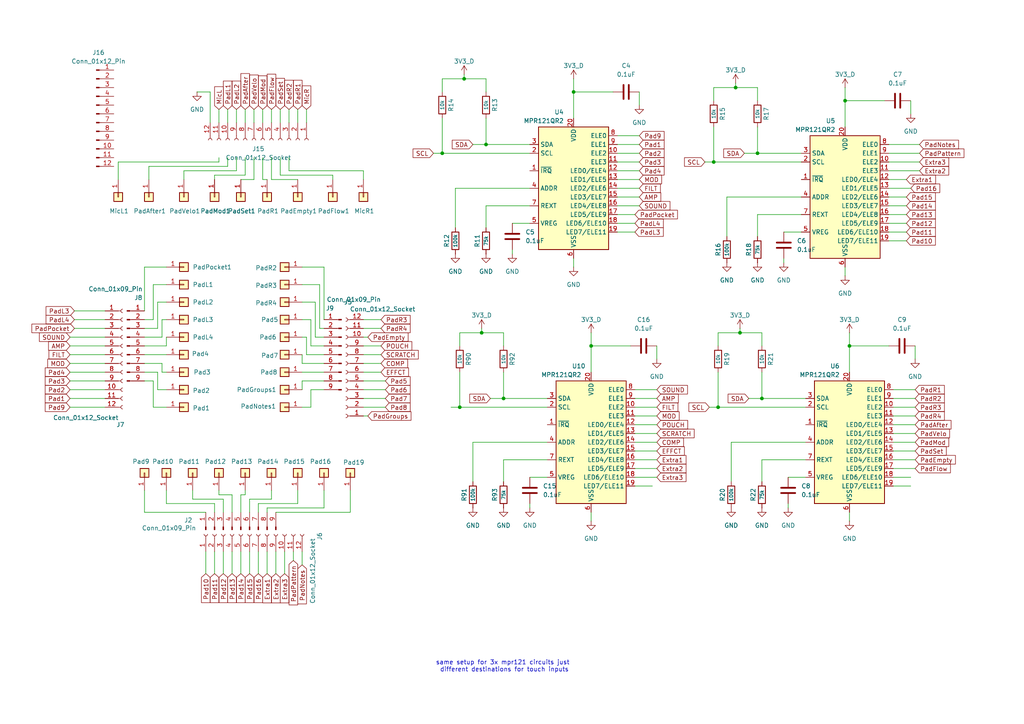
<source format=kicad_sch>
(kicad_sch (version 20231120) (generator "eeschema") (generator_version "8.0")
  (paper "A4")
  (junction (at 166.37 26.67))
  (junction (at 171.45 100.33))
  (junction (at 134.62 22.86))
  (junction (at 220.98 115.57))
  (junction (at 139.7 96.52))
  (junction (at 140.97 41.91))
  (junction (at 146.05 115.57))
  (junction (at 208.28 118.11))
  (junction (at 214.63 96.52))
  (junction (at 133.35 118.11))
  (junction (at 219.71 44.45))
  (junction (at 246.38 100.33))
  (junction (at 213.36 25.4))
  (junction (at 245.11 29.21))
  (junction (at 207.01 46.99))
  (junction (at 128.27 44.45))
  (wire (pts (xy 77.47 166.37) (xy 77.47 160.02)))
  (wire (pts (xy 204.47 46.99) (xy 207.01 46.99)))
  (wire (pts (xy 264.16 140.97) (xy 259.08 140.97)))
  (wire (pts (xy 78.74 142.24) (xy 78.74 144.78)))
  (wire (pts (xy 208.28 118.11) (xy 233.68 118.11)))
  (wire (pts (xy 78.74 52.07) (xy 86.36 52.07)))
  (wire (pts (xy 128.27 34.29) (xy 128.27 44.45)))
  (wire (pts (xy 83.82 45.72) (xy 83.82 49.53)))
  (wire (pts (xy 48.26 92.71) (xy 46.99 92.71)))
  (wire (pts (xy 41.91 77.47) (xy 41.91 90.17)))
  (wire (pts (xy 78.74 144.78) (xy 72.39 144.78)))
  (wire (pts (xy 78.74 31.75) (xy 78.74 35.56)))
  (wire (pts (xy 142.24 115.57) (xy 146.05 115.57)))
  (wire (pts (xy 171.45 96.52) (xy 171.45 100.33)))
  (wire (pts (xy 62.23 166.37) (xy 62.23 160.02)))
  (wire (pts (xy 171.45 100.33) (xy 171.45 107.95)))
  (wire (pts (xy 262.89 67.31) (xy 257.81 67.31)))
  (wire (pts (xy 220.98 139.7) (xy 220.98 133.35)))
  (wire (pts (xy 93.98 142.24) (xy 93.98 147.32)))
  (wire (pts (xy 134.62 22.86) (xy 140.97 22.86)))
  (wire (pts (xy 93.98 77.47) (xy 93.98 92.71)))
  (wire (pts (xy 210.82 57.15) (xy 210.82 68.58)))
  (wire (pts (xy 86.36 142.24) (xy 86.36 146.05)))
  (wire (pts (xy 179.07 59.69) (xy 185.42 59.69)))
  (wire (pts (xy 48.26 87.63) (xy 45.72 87.63)))
  (wire (pts (xy 105.41 49.53) (xy 83.82 49.53)))
  (wire (pts (xy 153.67 138.43) (xy 158.75 138.43)))
  (wire (pts (xy 76.2 31.75) (xy 76.2 35.56)))
  (wire (pts (xy 64.77 166.37) (xy 64.77 160.02)))
  (wire (pts (xy 128.27 44.45) (xy 153.67 44.45)))
  (wire (pts (xy 87.63 102.87) (xy 87.63 105.41)))
  (wire (pts (xy 262.89 64.77) (xy 257.81 64.77)))
  (wire (pts (xy 262.89 52.07) (xy 257.81 52.07)))
  (wire (pts (xy 179.07 57.15) (xy 185.42 57.15)))
  (wire (pts (xy 245.11 29.21) (xy 245.11 36.83)))
  (wire (pts (xy 76.2 45.72) (xy 76.2 52.07)))
  (wire (pts (xy 90.17 113.03) (xy 90.17 118.11)))
  (wire (pts (xy 219.71 36.83) (xy 219.71 44.45)))
  (wire (pts (xy 220.98 133.35) (xy 233.68 133.35)))
  (wire (pts (xy 146.05 133.35) (xy 158.75 133.35)))
  (wire (pts (xy 259.08 120.65) (xy 265.43 120.65)))
  (wire (pts (xy 232.41 57.15) (xy 210.82 57.15)))
  (wire (pts (xy 66.04 31.75) (xy 66.04 35.56)))
  (wire (pts (xy 227.33 76.2) (xy 227.33 74.93)))
  (wire (pts (xy 205.74 118.11) (xy 208.28 118.11)))
  (wire (pts (xy 67.31 143.51) (xy 67.31 148.59)))
  (wire (pts (xy 246.38 100.33) (xy 246.38 107.95)))
  (wire (pts (xy 45.72 87.63) (xy 45.72 95.25)))
  (wire (pts (xy 43.18 48.26) (xy 43.18 52.07)))
  (wire (pts (xy 259.08 125.73) (xy 265.43 125.73)))
  (wire (pts (xy 74.93 146.05) (xy 74.93 148.59)))
  (wire (pts (xy 68.58 45.72) (xy 68.58 49.53)))
  (wire (pts (xy 59.69 160.02) (xy 59.69 166.37)))
  (wire (pts (xy 92.71 82.55) (xy 92.71 95.25)))
  (wire (pts (xy 63.5 46.99) (xy 34.29 46.99)))
  (wire (pts (xy 20.32 113.03) (xy 30.48 113.03)))
  (wire (pts (xy 87.63 82.55) (xy 92.71 82.55)))
  (wire (pts (xy 214.63 96.52) (xy 220.98 96.52)))
  (wire (pts (xy 87.63 97.79) (xy 88.9 97.79)))
  (wire (pts (xy 190.5 100.33) (xy 190.5 104.14)))
  (wire (pts (xy 259.08 113.03) (xy 265.43 113.03)))
  (wire (pts (xy 71.12 31.75) (xy 71.12 35.56)))
  (wire (pts (xy 83.82 31.75) (xy 83.82 35.56)))
  (wire (pts (xy 259.08 130.81) (xy 265.43 130.81)))
  (wire (pts (xy 73.66 45.72) (xy 73.66 52.07)))
  (wire (pts (xy 190.5 135.89) (xy 184.15 135.89)))
  (wire (pts (xy 48.26 107.95) (xy 46.99 107.95)))
  (wire (pts (xy 189.23 140.97) (xy 184.15 140.97)))
  (wire (pts (xy 207.01 46.99) (xy 232.41 46.99)))
  (wire (pts (xy 140.97 59.69) (xy 153.67 59.69)))
  (wire (pts (xy 265.43 135.89) (xy 259.08 135.89)))
  (wire (pts (xy 137.16 128.27) (xy 137.16 139.7)))
  (wire (pts (xy 266.7 46.99) (xy 257.81 46.99)))
  (wire (pts (xy 48.26 77.47) (xy 41.91 77.47)))
  (wire (pts (xy 179.07 52.07) (xy 185.42 52.07)))
  (wire (pts (xy 78.74 45.72) (xy 78.74 52.07)))
  (wire (pts (xy 246.38 151.13) (xy 246.38 148.59)))
  (wire (pts (xy 262.89 59.69) (xy 257.81 59.69)))
  (wire (pts (xy 45.72 107.95) (xy 45.72 113.03)))
  (wire (pts (xy 146.05 139.7) (xy 146.05 133.35)))
  (wire (pts (xy 88.9 102.87) (xy 93.98 102.87)))
  (wire (pts (xy 41.91 107.95) (xy 45.72 107.95)))
  (wire (pts (xy 20.32 100.33) (xy 30.48 100.33)))
  (wire (pts (xy 184.15 123.19) (xy 190.5 123.19)))
  (wire (pts (xy 110.49 100.33) (xy 105.41 100.33)))
  (wire (pts (xy 48.26 82.55) (xy 44.45 82.55)))
  (wire (pts (xy 233.68 128.27) (xy 212.09 128.27)))
  (wire (pts (xy 259.08 115.57) (xy 265.43 115.57)))
  (wire (pts (xy 207.01 29.21) (xy 207.01 25.4)))
  (wire (pts (xy 185.42 26.67) (xy 185.42 30.48)))
  (wire (pts (xy 184.15 113.03) (xy 190.5 113.03)))
  (wire (pts (xy 184.15 118.11) (xy 190.5 118.11)))
  (wire (pts (xy 207.01 36.83) (xy 207.01 46.99)))
  (wire (pts (xy 105.41 115.57) (xy 111.76 115.57)))
  (wire (pts (xy 90.17 118.11) (xy 87.63 118.11)))
  (wire (pts (xy 207.01 25.4) (xy 213.36 25.4)))
  (wire (pts (xy 140.97 66.04) (xy 140.97 59.69)))
  (wire (pts (xy 266.7 41.91) (xy 257.81 41.91)))
  (wire (pts (xy 148.59 73.66) (xy 148.59 72.39)))
  (wire (pts (xy 257.81 57.15) (xy 262.89 57.15)))
  (wire (pts (xy 48.26 100.33) (xy 41.91 100.33)))
  (wire (pts (xy 46.99 97.79) (xy 41.91 97.79)))
  (wire (pts (xy 264.16 29.21) (xy 264.16 33.02)))
  (wire (pts (xy 259.08 128.27) (xy 265.43 128.27)))
  (wire (pts (xy 71.12 142.24) (xy 71.12 143.51)))
  (wire (pts (xy 101.6 142.24) (xy 101.6 148.59)))
  (wire (pts (xy 20.32 105.41) (xy 30.48 105.41)))
  (wire (pts (xy 44.45 92.71) (xy 41.91 92.71)))
  (wire (pts (xy 46.99 92.71) (xy 46.99 97.79)))
  (wire (pts (xy 137.16 41.91) (xy 140.97 41.91)))
  (wire (pts (xy 184.15 125.73) (xy 190.5 125.73)))
  (wire (pts (xy 265.43 100.33) (xy 265.43 104.14)))
  (wire (pts (xy 93.98 113.03) (xy 90.17 113.03)))
  (wire (pts (xy 87.63 163.83) (xy 87.63 160.02)))
  (wire (pts (xy 133.35 107.95) (xy 133.35 118.11)))
  (wire (pts (xy 184.15 64.77) (xy 179.07 64.77)))
  (wire (pts (xy 153.67 54.61) (xy 132.08 54.61)))
  (wire (pts (xy 60.96 26.67) (xy 60.96 35.56)))
  (wire (pts (xy 55.88 144.78) (xy 64.77 144.78)))
  (wire (pts (xy 179.07 49.53) (xy 185.42 49.53)))
  (wire (pts (xy 62.23 146.05) (xy 62.23 148.59)))
  (wire (pts (xy 139.7 96.52) (xy 146.05 96.52)))
  (wire (pts (xy 63.5 143.51) (xy 67.31 143.51)))
  (wire (pts (xy 80.01 166.37) (xy 80.01 160.02)))
  (wire (pts (xy 262.89 62.23) (xy 257.81 62.23)))
  (wire (pts (xy 86.36 31.75) (xy 86.36 35.56)))
  (wire (pts (xy 81.28 50.8) (xy 96.52 50.8)))
  (wire (pts (xy 219.71 62.23) (xy 232.41 62.23)))
  (wire (pts (xy 86.36 146.05) (xy 74.93 146.05)))
  (wire (pts (xy 153.67 147.32) (xy 153.67 146.05)))
  (wire (pts (xy 72.39 144.78) (xy 72.39 148.59)))
  (wire (pts (xy 217.17 115.57) (xy 220.98 115.57)))
  (wire (pts (xy 219.71 44.45) (xy 232.41 44.45)))
  (wire (pts (xy 92.71 95.25) (xy 93.98 95.25)))
  (wire (pts (xy 20.32 110.49) (xy 30.48 110.49)))
  (wire (pts (xy 64.77 144.78) (xy 64.77 148.59)))
  (wire (pts (xy 53.34 49.53) (xy 53.34 52.07)))
  (wire (pts (xy 179.07 46.99) (xy 185.42 46.99)))
  (wire (pts (xy 110.49 107.95) (xy 105.41 107.95)))
  (wire (pts (xy 259.08 118.11) (xy 265.43 118.11)))
  (wire (pts (xy 171.45 151.13) (xy 171.45 148.59)))
  (wire (pts (xy 77.47 147.32) (xy 77.47 148.59)))
  (wire (pts (xy 105.41 113.03) (xy 111.76 113.03)))
  (wire (pts (xy 140.97 34.29) (xy 140.97 41.91)))
  (wire (pts (xy 93.98 147.32) (xy 77.47 147.32)))
  (wire (pts (xy 146.05 107.95) (xy 146.05 115.57)))
  (wire (pts (xy 256.54 29.21) (xy 245.11 29.21)))
  (wire (pts (xy 45.72 113.03) (xy 48.26 113.03)))
  (wire (pts (xy 213.36 24.13) (xy 213.36 25.4)))
  (wire (pts (xy 90.17 92.71) (xy 90.17 100.33)))
  (wire (pts (xy 146.05 96.52) (xy 146.05 100.33)))
  (wire (pts (xy 133.35 96.52) (xy 139.7 96.52)))
  (wire (pts (xy 69.85 143.51) (xy 69.85 148.59)))
  (wire (pts (xy 110.49 102.87) (xy 105.41 102.87)))
  (wire (pts (xy 48.26 146.05) (xy 62.23 146.05)))
  (wire (pts (xy 59.69 148.59) (xy 41.91 148.59)))
  (wire (pts (xy 91.44 97.79) (xy 93.98 97.79)))
  (wire (pts (xy 130.81 118.11) (xy 133.35 118.11)))
  (wire (pts (xy 105.41 118.11) (xy 111.76 118.11)))
  (wire (pts (xy 219.71 68.58) (xy 219.71 62.23)))
  (wire (pts (xy 220.98 107.95) (xy 220.98 115.57)))
  (wire (pts (xy 96.52 50.8) (xy 96.52 52.07)))
  (wire (pts (xy 110.49 92.71) (xy 105.41 92.71)))
  (wire (pts (xy 257.81 100.33) (xy 246.38 100.33)))
  (wire (pts (xy 62.23 52.07) (xy 62.23 50.8)))
  (wire (pts (xy 71.12 45.72) (xy 71.12 50.8)))
  (wire (pts (xy 68.58 31.75) (xy 68.58 35.56)))
  (wire (pts (xy 220.98 96.52) (xy 220.98 100.33)))
  (wire (pts (xy 208.28 96.52) (xy 214.63 96.52)))
  (wire (pts (xy 125.73 44.45) (xy 128.27 44.45)))
  (wire (pts (xy 105.41 120.65) (xy 106.68 120.65)))
  (wire (pts (xy 44.45 110.49) (xy 41.91 110.49)))
  (wire (pts (xy 105.41 52.07) (xy 105.41 49.53)))
  (wire (pts (xy 46.99 105.41) (xy 41.91 105.41)))
  (wire (pts (xy 146.05 115.57) (xy 158.75 115.57)))
  (wire (pts (xy 48.26 97.79) (xy 48.26 100.33)))
  (wire (pts (xy 63.5 45.72) (xy 63.5 46.99)))
  (wire (pts (xy 45.72 95.25) (xy 41.91 95.25)))
  (wire (pts (xy 55.88 142.24) (xy 55.88 144.78)))
  (wire (pts (xy 87.63 92.71) (xy 90.17 92.71)))
  (wire (pts (xy 219.71 25.4) (xy 219.71 29.21)))
  (wire (pts (xy 110.49 105.41) (xy 105.41 105.41)))
  (wire (pts (xy 184.15 133.35) (xy 190.5 133.35)))
  (wire (pts (xy 212.09 128.27) (xy 212.09 139.7)))
  (wire (pts (xy 184.15 115.57) (xy 190.5 115.57)))
  (wire (pts (xy 245.11 80.01) (xy 245.11 77.47)))
  (wire (pts (xy 57.15 26.67) (xy 60.96 26.67)))
  (wire (pts (xy 262.89 69.85) (xy 257.81 69.85)))
  (wire (pts (xy 20.32 107.95) (xy 30.48 107.95)))
  (wire (pts (xy 20.32 118.11) (xy 30.48 118.11)))
  (wire (pts (xy 41.91 102.87) (xy 48.26 102.87)))
  (wire (pts (xy 134.62 21.59) (xy 134.62 22.86)))
  (wire (pts (xy 266.7 44.45) (xy 257.81 44.45)))
  (wire (pts (xy 66.04 48.26) (xy 43.18 48.26)))
  (wire (pts (xy 140.97 41.91) (xy 153.67 41.91)))
  (wire (pts (xy 87.63 87.63) (xy 91.44 87.63)))
  (wire (pts (xy 44.45 82.55) (xy 44.45 92.71)))
  (wire (pts (xy 87.63 105.41) (xy 93.98 105.41)))
  (wire (pts (xy 46.99 107.95) (xy 46.99 105.41)))
  (wire (pts (xy 184.15 62.23) (xy 179.07 62.23)))
  (wire (pts (xy 69.85 52.07) (xy 73.66 52.07)))
  (wire (pts (xy 184.15 120.65) (xy 190.5 120.65)))
  (wire (pts (xy 179.07 41.91) (xy 185.42 41.91)))
  (wire (pts (xy 105.41 110.49) (xy 111.76 110.49)))
  (wire (pts (xy 63.5 31.75) (xy 63.5 35.56)))
  (wire (pts (xy 66.04 45.72) (xy 66.04 48.26)))
  (wire (pts (xy 21.59 95.25) (xy 30.48 95.25)))
  (wire (pts (xy 44.45 118.11) (xy 44.45 110.49)))
  (wire (pts (xy 101.6 148.59) (xy 80.01 148.59)))
  (wire (pts (xy 74.93 166.37) (xy 74.93 160.02)))
  (wire (pts (xy 20.32 97.79) (xy 30.48 97.79)))
  (wire (pts (xy 81.28 45.72) (xy 81.28 50.8)))
  (wire (pts (xy 133.35 118.11) (xy 158.75 118.11)))
  (wire (pts (xy 71.12 143.51) (xy 69.85 143.51)))
  (wire (pts (xy 208.28 100.33) (xy 208.28 96.52)))
  (wire (pts (xy 228.6 138.43) (xy 233.68 138.43)))
  (wire (pts (xy 20.32 115.57) (xy 30.48 115.57)))
  (wire (pts (xy 259.08 133.35) (xy 265.43 133.35)))
  (wire (pts (xy 48.26 142.24) (xy 48.26 146.05)))
  (wire (pts (xy 266.7 49.53) (xy 257.81 49.53)))
  (wire (pts (xy 184.15 130.81) (xy 190.5 130.81)))
  (wire (pts (xy 215.9 44.45) (xy 219.71 44.45)))
  (wire (pts (xy 184.15 67.31) (xy 179.07 67.31)))
  (wire (pts (xy 166.37 77.47) (xy 166.37 74.93)))
  (wire (pts (xy 228.6 147.32) (xy 228.6 146.05)))
  (wire (pts (xy 73.66 31.75) (xy 73.66 35.56)))
  (wire (pts (xy 110.49 95.25) (xy 105.41 95.25)))
  (wire (pts (xy 77.47 52.07) (xy 76.2 52.07)))
  (wire (pts (xy 21.59 90.17) (xy 30.48 90.17)))
  (wire (pts (xy 82.55 166.37) (xy 82.55 160.02)))
  (wire (pts (xy 106.68 97.79) (xy 105.41 97.79)))
  (wire (pts (xy 20.32 102.87) (xy 30.48 102.87)))
  (wire (pts (xy 128.27 26.67) (xy 128.27 22.86)))
  (wire (pts (xy 257.81 54.61) (xy 264.16 54.61)))
  (wire (pts (xy 148.59 64.77) (xy 153.67 64.77)))
  (wire (pts (xy 133.35 100.33) (xy 133.35 96.52)))
  (wire (pts (xy 179.07 54.61) (xy 185.42 54.61)))
  (wire (pts (xy 87.63 110.49) (xy 93.98 110.49)))
  (wire (pts (xy 184.15 128.27) (xy 190.5 128.27)))
  (wire (pts (xy 246.38 96.52) (xy 246.38 100.33)))
  (wire (pts (xy 87.63 77.47) (xy 93.98 77.47)))
  (wire (pts (xy 44.45 118.11) (xy 48.26 118.11)))
  (wire (pts (xy 214.63 95.25) (xy 214.63 96.52)))
  (wire (pts (xy 220.98 115.57) (xy 233.68 115.57)))
  (wire (pts (xy 140.97 22.86) (xy 140.97 26.67)))
  (wire (pts (xy 190.5 138.43) (xy 184.15 138.43)))
  (wire (pts (xy 41.91 148.59) (xy 41.91 142.24)))
  (wire (pts (xy 158.75 128.27) (xy 137.16 128.27)))
  (wire (pts (xy 177.8 26.67) (xy 166.37 26.67)))
  (wire (pts (xy 139.7 95.25) (xy 139.7 96.52)))
  (wire (pts (xy 182.88 100.33) (xy 171.45 100.33)))
  (wire (pts (xy 166.37 26.67) (xy 166.37 34.29)))
  (wire (pts (xy 132.08 54.61) (xy 132.08 66.04)))
  (wire (pts (xy 259.08 123.19) (xy 265.43 123.19)))
  (wire (pts (xy 68.58 49.53) (xy 53.34 49.53)))
  (wire (pts (xy 208.28 107.95) (xy 208.28 118.11)))
  (wire (pts (xy 128.27 22.86) (xy 134.62 22.86)))
  (wire (pts (xy 166.37 22.86) (xy 166.37 26.67)))
  (wire (pts (xy 72.39 166.37) (xy 72.39 160.02)))
  (wire (pts (xy 213.36 25.4) (xy 219.71 25.4)))
  (wire (pts (xy 264.16 138.43) (xy 259.08 138.43)))
  (wire (pts (xy 179.07 44.45) (xy 185.42 44.45)))
  (wire (pts (xy 21.59 92.71) (xy 30.48 92.71)))
  (wire (pts (xy 227.33 67.31) (xy 232.41 67.31)))
  (wire (pts (xy 245.11 25.4) (xy 245.11 29.21)))
  (wire (pts (xy 67.31 166.37) (xy 67.31 160.02)))
  (wire (pts (xy 87.63 113.03) (xy 87.63 110.49)))
  (wire (pts (xy 63.5 142.24) (xy 63.5 143.51)))
  (wire (pts (xy 90.17 100.33) (xy 93.98 100.33)))
  (wire (pts (xy 87.63 107.95) (xy 93.98 107.95)))
  (wire (pts (xy 85.09 162.56) (xy 85.09 160.02)))
  (wire (pts (xy 88.9 31.75) (xy 88.9 35.56)))
  (wire (pts (xy 179.07 39.37) (xy 185.42 39.37)))
  (wire (pts (xy 62.23 50.8) (xy 71.12 50.8)))
  (wire (pts (xy 88.9 97.79) (xy 88.9 102.87)))
  (wire (pts (xy 34.29 46.99) (xy 34.29 52.07)))
  (wire (pts (xy 91.44 87.63) (xy 91.44 97.79)))
  (wire (pts (xy 69.85 166.37) (xy 69.85 160.02)))
  (wire (pts (xy 81.28 31.75) (xy 81.28 35.56)))
  (text "same setup for 3x mpr121 circuits just \ndifferent destinations for touch inputs\n" (at 146.304 193.294 0) (effects (font (size 1.27 1.27))))
  (global_label "Pad5" (shape input) (at 111.76 110.49 0) (property "Intersheetrefs" "${INTERSHEET_REFS}" (effects (hide yes))))
  (global_label "PadL2" (shape input) (at 68.58 31.75 90) (property "Intersheetrefs" "${INTERSHEET_REFS}" (effects (hide yes))))
  (global_label "PadGroups" (shape input) (at 106.68 120.65 0) (property "Intersheetrefs" "${INTERSHEET_REFS}" (effects (hide yes))))
  (global_label "SCL" (shape input) (at 125.73 44.45 180) (property "Intersheetrefs" "${INTERSHEET_REFS}" (effects (hide yes))))
  (global_label "Extra2" (shape input) (at 266.7 49.53 0) (property "Intersheetrefs" "${INTERSHEET_REFS}" (effects (hide yes))))
  (global_label "POUCH" (shape input) (at 190.5 123.19 0) (property "Intersheetrefs" "${INTERSHEET_REFS}" (effects (hide yes))))
  (global_label "MOD" (shape input) (at 190.5 120.65 0) (property "Intersheetrefs" "${INTERSHEET_REFS}" (effects (hide yes))))
  (global_label "PadVelo" (shape input) (at 73.66 31.75 90) (property "Intersheetrefs" "${INTERSHEET_REFS}" (effects (hide yes))))
  (global_label "Pad12" (shape input) (at 262.89 64.77 0) (property "Intersheetrefs" "${INTERSHEET_REFS}" (effects (hide yes))))
  (global_label "MicL" (shape input) (at 63.5 31.75 90) (property "Intersheetrefs" "${INTERSHEET_REFS}" (effects (hide yes))))
  (global_label "EFFCT" (shape input) (at 190.5 130.81 0) (property "Intersheetrefs" "${INTERSHEET_REFS}" (effects (hide yes))))
  (global_label "PadL4" (shape input) (at 184.15 64.77 0) (property "Intersheetrefs" "${INTERSHEET_REFS}" (effects (hide yes))))
  (global_label "Pad4" (shape input) (at 20.32 107.95 180) (property "Intersheetrefs" "${INTERSHEET_REFS}" (effects (hide yes))))
  (global_label "FILT" (shape input) (at 190.5 118.11 0) (property "Intersheetrefs" "${INTERSHEET_REFS}" (effects (hide yes))))
  (global_label "COMP" (shape input) (at 190.5 128.27 0) (property "Intersheetrefs" "${INTERSHEET_REFS}" (effects (hide yes))))
  (global_label "PadR1" (shape input) (at 86.36 31.75 90) (property "Intersheetrefs" "${INTERSHEET_REFS}" (effects (hide yes))))
  (global_label "Pad3" (shape input) (at 20.32 110.49 180) (property "Intersheetrefs" "${INTERSHEET_REFS}" (effects (hide yes))))
  (global_label "EFFCT" (shape input) (at 110.49 107.95 0) (property "Intersheetrefs" "${INTERSHEET_REFS}" (effects (hide yes))))
  (global_label "PadPattern" (shape input) (at 85.09 162.56 270) (property "Intersheetrefs" "${INTERSHEET_REFS}" (effects (hide yes))))
  (global_label "AMP" (shape input) (at 20.32 100.33 180) (property "Intersheetrefs" "${INTERSHEET_REFS}" (effects (hide yes))))
  (global_label "Pad15" (shape input) (at 72.39 166.37 270) (property "Intersheetrefs" "${INTERSHEET_REFS}" (effects (hide yes))))
  (global_label "PadR3" (shape input) (at 110.49 92.71 0) (property "Intersheetrefs" "${INTERSHEET_REFS}" (effects (hide yes))))
  (global_label "Pad11" (shape input) (at 262.89 67.31 0) (property "Intersheetrefs" "${INTERSHEET_REFS}" (effects (hide yes))))
  (global_label "COMP" (shape input) (at 110.49 105.41 0) (property "Intersheetrefs" "${INTERSHEET_REFS}" (effects (hide yes))))
  (global_label "PadFlow" (shape input) (at 265.43 135.89 0) (property "Intersheetrefs" "${INTERSHEET_REFS}" (effects (hide yes))))
  (global_label "SCL" (shape input) (at 204.47 46.99 180) (property "Intersheetrefs" "${INTERSHEET_REFS}" (effects (hide yes))))
  (global_label "PadSet" (shape input) (at 265.43 130.81 0) (property "Intersheetrefs" "${INTERSHEET_REFS}" (effects (hide yes))))
  (global_label "Pad14" (shape input) (at 69.85 166.37 270) (property "Intersheetrefs" "${INTERSHEET_REFS}" (effects (hide yes))))
  (global_label "SOUND" (shape input) (at 185.42 59.69 0) (property "Intersheetrefs" "${INTERSHEET_REFS}" (effects (hide yes))))
  (global_label "MOD" (shape input) (at 20.32 105.41 180) (property "Intersheetrefs" "${INTERSHEET_REFS}" (effects (hide yes))))
  (global_label "AMP" (shape input) (at 185.42 57.15 0) (property "Intersheetrefs" "${INTERSHEET_REFS}" (effects (hide yes))))
  (global_label "PadAfter" (shape input) (at 71.12 31.75 90) (property "Intersheetrefs" "${INTERSHEET_REFS}" (effects (hide yes))))
  (global_label "PadFlow" (shape input) (at 78.74 31.75 90) (property "Intersheetrefs" "${INTERSHEET_REFS}" (effects (hide yes))))
  (global_label "PadMod" (shape input) (at 265.43 128.27 0) (property "Intersheetrefs" "${INTERSHEET_REFS}" (effects (hide yes))))
  (global_label "Pad14" (shape input) (at 262.89 59.69 0) (property "Intersheetrefs" "${INTERSHEET_REFS}" (effects (hide yes))))
  (global_label "Pad16" (shape input) (at 264.16 54.61 0) (property "Intersheetrefs" "${INTERSHEET_REFS}" (effects (hide yes))))
  (global_label "SDA" (shape input) (at 217.17 115.57 180) (property "Intersheetrefs" "${INTERSHEET_REFS}" (effects (hide yes))))
  (global_label "PadPocket" (shape input) (at 21.59 95.25 180) (property "Intersheetrefs" "${INTERSHEET_REFS}" (effects (hide yes))))
  (global_label "Pad12" (shape input) (at 64.77 166.37 270) (property "Intersheetrefs" "${INTERSHEET_REFS}" (effects (hide yes))))
  (global_label "FILT" (shape input) (at 185.42 54.61 0) (property "Intersheetrefs" "${INTERSHEET_REFS}" (effects (hide yes))))
  (global_label "PadNotes" (shape input) (at 87.63 163.83 270) (property "Intersheetrefs" "${INTERSHEET_REFS}" (effects (hide yes))))
  (global_label "Extra1" (shape input) (at 77.47 166.37 270) (property "Intersheetrefs" "${INTERSHEET_REFS}" (effects (hide yes))))
  (global_label "PadNotes" (shape input) (at 266.7 41.91 0) (property "Intersheetrefs" "${INTERSHEET_REFS}" (effects (hide yes))))
  (global_label "Pad9" (shape input) (at 20.32 118.11 180) (property "Intersheetrefs" "${INTERSHEET_REFS}" (effects (hide yes))))
  (global_label "SDA" (shape input) (at 142.24 115.57 180) (property "Intersheetrefs" "${INTERSHEET_REFS}" (effects (hide yes))))
  (global_label "Pad3" (shape input) (at 185.42 46.99 0) (property "Intersheetrefs" "${INTERSHEET_REFS}" (effects (hide yes))))
  (global_label "Extra3" (shape input) (at 82.55 166.37 270) (property "Intersheetrefs" "${INTERSHEET_REFS}" (effects (hide yes))))
  (global_label "Pad15" (shape input) (at 262.89 57.15 0) (property "Intersheetrefs" "${INTERSHEET_REFS}" (effects (hide yes))))
  (global_label "SCL" (shape input) (at 205.74 118.11 180) (property "Intersheetrefs" "${INTERSHEET_REFS}" (effects (hide yes))))
  (global_label "Extra3" (shape input) (at 266.7 46.99 0) (property "Intersheetrefs" "${INTERSHEET_REFS}" (effects (hide yes))))
  (global_label "MOD" (shape input) (at 185.42 52.07 0) (property "Intersheetrefs" "${INTERSHEET_REFS}" (effects (hide yes))))
  (global_label "PadL3" (shape input) (at 184.15 67.31 0) (property "Intersheetrefs" "${INTERSHEET_REFS}" (effects (hide yes))))
  (global_label "SDA" (shape input) (at 215.9 44.45 180) (property "Intersheetrefs" "${INTERSHEET_REFS}" (effects (hide yes))))
  (global_label "PadSet" (shape input) (at 81.28 31.75 90) (property "Intersheetrefs" "${INTERSHEET_REFS}" (effects (hide yes))))
  (global_label "SCRATCH" (shape input) (at 110.49 102.87 0) (property "Intersheetrefs" "${INTERSHEET_REFS}" (effects (hide yes))))
  (global_label "PadVelo" (shape input) (at 265.43 125.73 0) (property "Intersheetrefs" "${INTERSHEET_REFS}" (effects (hide yes))))
  (global_label "FILT" (shape input) (at 20.32 102.87 180) (property "Intersheetrefs" "${INTERSHEET_REFS}" (effects (hide yes))))
  (global_label "MicR" (shape input) (at 88.9 31.75 90) (property "Intersheetrefs" "${INTERSHEET_REFS}" (effects (hide yes))))
  (global_label "PadR1" (shape input) (at 265.43 113.03 0) (property "Intersheetrefs" "${INTERSHEET_REFS}" (effects (hide yes))))
  (global_label "Extra3" (shape input) (at 190.5 138.43 0) (property "Intersheetrefs" "${INTERSHEET_REFS}" (effects (hide yes))))
  (global_label "Pad10" (shape input) (at 262.89 69.85 0) (property "Intersheetrefs" "${INTERSHEET_REFS}" (effects (hide yes))))
  (global_label "Extra2" (shape input) (at 80.01 166.37 270) (property "Intersheetrefs" "${INTERSHEET_REFS}" (effects (hide yes))))
  (global_label "PadR4" (shape input) (at 110.49 95.25 0) (property "Intersheetrefs" "${INTERSHEET_REFS}" (effects (hide yes))))
  (global_label "PadL1" (shape input) (at 66.04 31.75 90) (property "Intersheetrefs" "${INTERSHEET_REFS}" (effects (hide yes))))
  (global_label "Pad11" (shape input) (at 62.23 166.37 270) (property "Intersheetrefs" "${INTERSHEET_REFS}" (effects (hide yes))))
  (global_label "PadEmpty" (shape input) (at 106.68 97.79 0) (property "Intersheetrefs" "${INTERSHEET_REFS}" (effects (hide yes))))
  (global_label "Pad13" (shape input) (at 67.31 166.37 270) (property "Intersheetrefs" "${INTERSHEET_REFS}" (effects (hide yes))))
  (global_label "Pad13" (shape input) (at 262.89 62.23 0) (property "Intersheetrefs" "${INTERSHEET_REFS}" (effects (hide yes))))
  (global_label "Pad1" (shape input) (at 185.42 41.91 0) (property "Intersheetrefs" "${INTERSHEET_REFS}" (effects (hide yes))))
  (global_label "POUCH" (shape input) (at 110.49 100.33 0) (property "Intersheetrefs" "${INTERSHEET_REFS}" (effects (hide yes))))
  (global_label "Pad2" (shape input) (at 20.32 113.03 180) (property "Intersheetrefs" "${INTERSHEET_REFS}" (effects (hide yes))))
  (global_label "SOUND" (shape input) (at 20.32 97.79 180) (property "Intersheetrefs" "${INTERSHEET_REFS}" (effects (hide yes))))
  (global_label "PadPocket" (shape input) (at 184.15 62.23 0) (property "Intersheetrefs" "${INTERSHEET_REFS}" (effects (hide yes))))
  (global_label "PadAfter" (shape input) (at 265.43 123.19 0) (property "Intersheetrefs" "${INTERSHEET_REFS}" (effects (hide yes))))
  (global_label "SCRATCH" (shape input) (at 190.5 125.73 0) (property "Intersheetrefs" "${INTERSHEET_REFS}" (effects (hide yes))))
  (global_label "SDA" (shape input) (at 137.16 41.91 180) (property "Intersheetrefs" "${INTERSHEET_REFS}" (effects (hide yes))))
  (global_label "Pad2" (shape input) (at 185.42 44.45 0) (property "Intersheetrefs" "${INTERSHEET_REFS}" (effects (hide yes))))
  (global_label "PadR2" (shape input) (at 83.82 31.75 90) (property "Intersheetrefs" "${INTERSHEET_REFS}" (effects (hide yes))))
  (global_label "Pad6" (shape input) (at 111.76 113.03 0) (property "Intersheetrefs" "${INTERSHEET_REFS}" (effects (hide yes))))
  (global_label "Pad1" (shape input) (at 20.32 115.57 180) (property "Intersheetrefs" "${INTERSHEET_REFS}" (effects (hide yes))))
  (global_label "Pad16" (shape input) (at 74.93 166.37 270) (property "Intersheetrefs" "${INTERSHEET_REFS}" (effects (hide yes))))
  (global_label "Pad8" (shape input) (at 111.76 118.11 0) (property "Intersheetrefs" "${INTERSHEET_REFS}" (effects (hide yes))))
  (global_label "PadL3" (shape input) (at 21.59 90.17 180) (property "Intersheetrefs" "${INTERSHEET_REFS}" (effects (hide yes))))
  (global_label "Pad9" (shape input) (at 185.42 39.37 0) (property "Intersheetrefs" "${INTERSHEET_REFS}" (effects (hide yes))))
  (global_label "Pad7" (shape input) (at 111.76 115.57 0) (property "Intersheetrefs" "${INTERSHEET_REFS}" (effects (hide yes))))
  (global_label "PadMod" (shape input) (at 76.2 31.75 90) (property "Intersheetrefs" "${INTERSHEET_REFS}" (effects (hide yes))))
  (global_label "Pad4" (shape input) (at 185.42 49.53 0) (property "Intersheetrefs" "${INTERSHEET_REFS}" (effects (hide yes))))
  (global_label "Pad10" (shape input) (at 59.69 166.37 270) (property "Intersheetrefs" "${INTERSHEET_REFS}" (effects (hide yes))))
  (global_label "PadPattern" (shape input) (at 266.7 44.45 0) (property "Intersheetrefs" "${INTERSHEET_REFS}" (effects (hide yes))))
  (global_label "PadL4" (shape input) (at 21.59 92.71 180) (property "Intersheetrefs" "${INTERSHEET_REFS}" (effects (hide yes))))
  (global_label "Extra1" (shape input) (at 190.5 133.35 0) (property "Intersheetrefs" "${INTERSHEET_REFS}" (effects (hide yes))))
  (global_label "AMP" (shape input) (at 190.5 115.57 0) (property "Intersheetrefs" "${INTERSHEET_REFS}" (effects (hide yes))))
  (global_label "PadR3" (shape input) (at 265.43 118.11 0) (property "Intersheetrefs" "${INTERSHEET_REFS}" (effects (hide yes))))
  (global_label "Extra1" (shape input) (at 262.89 52.07 0) (property "Intersheetrefs" "${INTERSHEET_REFS}" (effects (hide yes))))
  (global_label "PadR2" (shape input) (at 265.43 115.57 0) (property "Intersheetrefs" "${INTERSHEET_REFS}" (effects (hide yes))))
  (global_label "PadEmpty" (shape input) (at 265.43 133.35 0) (property "Intersheetrefs" "${INTERSHEET_REFS}" (effects (hide yes))))
  (global_label "SOUND" (shape input) (at 190.5 113.03 0) (property "Intersheetrefs" "${INTERSHEET_REFS}" (effects (hide yes))))
  (global_label "PadR4" (shape input) (at 265.43 120.65 0) (property "Intersheetrefs" "${INTERSHEET_REFS}" (effects (hide yes))))
  (global_label "Extra2" (shape input) (at 190.5 135.89 0) (property "Intersheetrefs" "${INTERSHEET_REFS}" (effects (hide yes))))
  (symbol (lib_id "Connector_Generic:Conn_01x01") (at 78.74 137.16 90) (unit 1)
    (property "Reference" "Pad14" (at 77.724 133.858 90))
    (property "Value" "Conn_01x01" (effects (hide yes)))
    (property "Footprint" "TestPoint:TestPoint_Pad_2.5x2.5mm" (effects (hide yes)))
    (property "Description" "Generic connector, single row, 01x01, script generated (kicad-library-utils/schlib/autogen/connector/)" (effects (hide yes)))
  )
  (symbol (lib_id "Device:C") (at 260.35 29.21 270) (unit 1)
    (property "Reference" "C7" (at 260.35 21.59 90))
    (property "Value" "0.1uF" (at 260.35 24.13 90))
    (property "Footprint" "Capacitor_SMD:C_0402_1005Metric" (effects (hide yes)))
    (property "Description" "Unpolarized capacitor" (effects (hide yes)))
    (property "LCSC " "C6119867" (effects (hide yes)))
    (property "LCSC" "C1525" (effects (hide yes)))
  )
  (symbol (lib_id "Device:R") (at 140.97 30.48 0) (unit 1)
    (property "Reference" "R13" (at 143.51 30.48 90))
    (property "Value" "10k" (at 140.97 30.48 90) (effects (font (size 1.016 1.016))))
    (property "Footprint" "Resistor_SMD:R_0603_1608Metric" (effects (hide yes)))
    (property "Description" "Resistor" (effects (hide yes)))
  )
  (symbol (lib_id "daisy_seed:3V3_D") (at 245.11 25.4 0) (unit 1)
    (property "Reference" "#PWR020" (effects (hide yes)))
    (property "Value" "3V3_D" (at 245.11 21.59 0))
    (property "Description" "Power symbol creates a global label with name \"3V3_D\"" (effects (hide yes)))
  )
  (symbol (lib_id "power:GND") (at 140.97 73.66 0) (unit 1)
    (property "Reference" "#PWR012" (effects (hide yes)))
    (property "Value" "GND" (at 140.97 78.74 0))
    (property "Description" "Power symbol creates a global label with name \"GND\" , ground" (effects (hide yes)))
  )
  (symbol (lib_id "Connector:Conn_01x12_Socket") (at 35.56 102.87 0) (unit 1)
    (property "Reference" "J7" (at 34.925 123.19 0))
    (property "Value" "Conn_01x12_Socket" (at 24.892 121.158 0))
    (property "Footprint" "Connector_PinSocket_1.27mm:PinSocket_1x12_P1.27mm_Vertical" (effects (hide yes)))
    (property "Description" "Generic connector, single row, 01x12, script generated" (effects (hide yes)))
  )
  (symbol (lib_id "Device:R") (at 208.28 104.14 0) (unit 1)
    (property "Reference" "R19" (at 210.82 104.14 90))
    (property "Value" "10k" (at 208.28 104.14 90) (effects (font (size 1.016 1.016))))
    (property "Footprint" "Resistor_SMD:R_0603_1608Metric" (effects (hide yes)))
    (property "Description" "Resistor" (effects (hide yes)))
  )
  (symbol (lib_id "power:GND") (at 246.38 151.13 0) (unit 1)
    (property "Reference" "#PWR028" (effects (hide yes)))
    (property "Value" "GND" (at 246.38 156.21 0))
    (property "Description" "Power symbol creates a global label with name \"GND\" , ground" (effects (hide yes)))
  )
  (symbol (lib_id "Connector_Generic:Conn_01x01") (at 82.55 77.47 180) (unit 1)
    (property "Reference" "PadR2" (at 77.216 77.724 0))
    (property "Value" "Conn_01x01" (effects (hide yes)))
    (property "Footprint" "TestPoint:TestPoint_Pad_2.5x2.5mm" (effects (hide yes)))
    (property "Description" "Generic connector, single row, 01x01, script generated (kicad-library-utils/schlib/autogen/connector/)" (effects (hide yes)))
  )
  (symbol (lib_id "Sensor_Touch:MPR121QR2") (at 166.37 54.61 0) (unit 1)
    (property "Reference" "U4" (at 160.782 32.512 0) (effects (justify left)))
    (property "Value" "MPR121QR2" (at 151.892 35.052 0) (effects (justify left)))
    (property "Footprint" "Package_DFN_QFN:UQFN-20_3x3mm_P0.4mm" (effects (hide yes)))
    (property "Datasheet" "https://resurgentsemi.com/wp-content/uploads/2018/09/MPR121_rev5-Resurgent.pdf?d453f8&d453f8" (effects (hide yes)))
    (property "Description" "12ch Touch Sensor controller, UQFN-20" (effects (hide yes)))
    (property "LCSC Part #" "C91322" (effects (hide yes)))
    (property "LCSC" "C91322" (effects (hide yes)))
  )
  (symbol (lib_id "Device:C") (at 186.69 100.33 270) (unit 1)
    (property "Reference" "C16" (at 186.69 92.71 90))
    (property "Value" "0.1uF" (at 186.69 95.25 90))
    (property "Footprint" "Capacitor_SMD:C_0402_1005Metric" (effects (hide yes)))
    (property "Description" "Unpolarized capacitor" (effects (hide yes)))
    (property "LCSC " "C6119867" (effects (hide yes)))
    (property "LCSC" "C1525" (effects (hide yes)))
  )
  (symbol (lib_id "power:GND") (at 153.67 147.32 0) (unit 1)
    (property "Reference" "#PWR0125" (effects (hide yes)))
    (property "Value" "GND" (at 153.67 152.4 0))
    (property "Description" "Power symbol creates a global label with name \"GND\" , ground" (effects (hide yes)))
  )
  (symbol (lib_id "Connector_Generic:Conn_01x01") (at 82.55 113.03 180) (unit 1)
    (property "Reference" "PadGroups1" (at 74.422 113.03 0))
    (property "Value" "Conn_01x01" (effects (hide yes)))
    (property "Footprint" "TestPoint:TestPoint_Pad_2.5x2.5mm" (effects (hide yes)))
    (property "Description" "Generic connector, single row, 01x01, script generated (kicad-library-utils/schlib/autogen/connector/)" (effects (hide yes)))
  )
  (symbol (lib_id "Connector_Generic:Conn_01x01") (at 101.6 137.16 90) (unit 1)
    (property "Reference" "Pad19" (at 102.616 134.112 90))
    (property "Value" "Conn_01x01" (effects (hide yes)))
    (property "Footprint" "TestPoint:TestPoint_Pad_2.5x2.5mm" (effects (hide yes)))
    (property "Description" "Generic connector, single row, 01x01, script generated (kicad-library-utils/schlib/autogen/connector/)" (effects (hide yes)))
  )
  (symbol (lib_id "Sensor_Touch:MPR121QR2") (at 245.11 57.15 0) (unit 1)
    (property "Reference" "U5" (at 239.522 35.052 0) (effects (justify left)))
    (property "Value" "MPR121QR2" (at 230.632 37.592 0) (effects (justify left)))
    (property "Footprint" "Package_DFN_QFN:UQFN-20_3x3mm_P0.4mm" (effects (hide yes)))
    (property "Datasheet" "https://resurgentsemi.com/wp-content/uploads/2018/09/MPR121_rev5-Resurgent.pdf?d453f8&d453f8" (effects (hide yes)))
    (property "Description" "12ch Touch Sensor controller, UQFN-20" (effects (hide yes)))
    (property "LCSC Part #" "C91322" (effects (hide yes)))
    (property "LCSC" "C91322" (effects (hide yes)))
  )
  (symbol (lib_id "power:GND") (at 245.11 80.01 0) (unit 1)
    (property "Reference" "#PWR021" (effects (hide yes)))
    (property "Value" "GND" (at 245.11 85.09 0))
    (property "Description" "Power symbol creates a global label with name \"GND\" , ground" (effects (hide yes)))
  )
  (symbol (lib_id "Connector:Conn_01x09_Pin") (at 69.85 153.67 90) (unit 1)
    (property "Reference" "J2" (at 54.61 150.876 90))
    (property "Value" "Conn_01x09_Pin" (at 49.022 153.162 90))
    (property "Footprint" "Connector_PinHeader_1.27mm:PinHeader_1x09_P1.27mm_Vertical_SMD_Pin1Left" (effects (hide yes)))
    (property "Description" "Generic connector, single row, 01x09, script generated" (effects (hide yes)))
  )
  (symbol (lib_id "power:GND") (at 146.05 147.32 0) (unit 1)
    (property "Reference" "#PWR0124" (effects (hide yes)))
    (property "Value" "GND" (at 146.05 152.4 0))
    (property "Description" "Power symbol creates a global label with name \"GND\" , ground" (effects (hide yes)))
  )
  (symbol (lib_id "Connector_Generic:Conn_01x01") (at 82.55 107.95 180) (unit 1)
    (property "Reference" "Pad8" (at 77.978 107.95 0))
    (property "Value" "Conn_01x01" (effects (hide yes)))
    (property "Footprint" "TestPoint:TestPoint_Pad_2.5x2.5mm" (effects (hide yes)))
    (property "Description" "Generic connector, single row, 01x01, script generated (kicad-library-utils/schlib/autogen/connector/)" (effects (hide yes)))
  )
  (symbol (lib_id "daisy_seed:3V3_D") (at 214.63 95.25 0) (unit 1)
    (property "Reference" "#PWR024" (effects (hide yes)))
    (property "Value" "3V3_D" (at 214.63 91.44 0))
    (property "Description" "Power symbol creates a global label with name \"3V3_D\"" (effects (hide yes)))
  )
  (symbol (lib_id "Connector_Generic:Conn_01x01") (at 41.91 137.16 90) (unit 1)
    (property "Reference" "Pad9" (at 40.894 133.858 90))
    (property "Value" "Conn_01x01" (effects (hide yes)))
    (property "Footprint" "TestPoint:TestPoint_Pad_2.5x2.5mm" (effects (hide yes)))
    (property "Description" "Generic connector, single row, 01x01, script generated (kicad-library-utils/schlib/autogen/connector/)" (effects (hide yes)))
  )
  (symbol (lib_id "Connector:Conn_01x12_Socket") (at 76.2 40.64 270) (unit 1)
    (property "Reference" "J15" (at 74.93 43.18 90))
    (property "Value" "Conn_01x12_Socket" (at 74.93 45.72 90))
    (property "Footprint" "Connector_PinSocket_1.27mm:PinSocket_1x12_P1.27mm_Vertical" (effects (hide yes)))
    (property "Description" "Generic connector, single row, 01x12, script generated" (effects (hide yes)))
  )
  (symbol (lib_id "Connector_Generic:Conn_01x01") (at 53.34 113.03 0) (unit 1)
    (property "Reference" "Pad2" (at 55.88 113.284 0) (effects (justify left)))
    (property "Value" "Conn_01x01" (effects (hide yes)))
    (property "Footprint" "TestPoint:TestPoint_Pad_2.5x2.5mm" (effects (hide yes)))
    (property "Description" "Generic connector, single row, 01x01, script generated (kicad-library-utils/schlib/autogen/connector/)" (effects (hide yes)))
  )
  (symbol (lib_id "Connector_Generic:Conn_01x01") (at 86.36 137.16 90) (unit 1)
    (property "Reference" "Pad15" (at 85.344 133.858 90))
    (property "Value" "Conn_01x01" (effects (hide yes)))
    (property "Footprint" "TestPoint:TestPoint_Pad_2.5x2.5mm" (effects (hide yes)))
    (property "Description" "Generic connector, single row, 01x01, script generated (kicad-library-utils/schlib/autogen/connector/)" (effects (hide yes)))
  )
  (symbol (lib_id "Connector:Conn_01x12_Pin") (at 27.94 33.02 0) (unit 1)
    (property "Reference" "J16" (at 28.575 15.24 0))
    (property "Value" "Conn_01x12_Pin" (at 28.575 17.78 0))
    (property "Footprint" "Connector_PinHeader_1.27mm:PinHeader_1x12_P1.27mm_Vertical_SMD_Pin1Left" (effects (hide yes)))
    (property "Description" "Generic connector, single row, 01x12, script generated" (effects (hide yes)))
  )
  (symbol (lib_id "Connector_Generic:Conn_01x01") (at 34.29 57.15 270) (unit 1)
    (property "Reference" "MicL1" (at 34.544 61.214 90))
    (property "Value" "Conn_01x01" (effects (hide yes)))
    (property "Footprint" "TestPoint:TestPoint_Pad_2.5x2.5mm" (effects (hide yes)))
    (property "Description" "Generic connector, single row, 01x01, script generated (kicad-library-utils/schlib/autogen/connector/)" (effects (hide yes)))
  )
  (symbol (lib_id "Device:C") (at 261.62 100.33 270) (unit 1)
    (property "Reference" "C9" (at 261.62 92.71 90))
    (property "Value" "0.1uF" (at 261.62 95.25 90))
    (property "Footprint" "Capacitor_SMD:C_0402_1005Metric" (effects (hide yes)))
    (property "Description" "Unpolarized capacitor" (effects (hide yes)))
    (property "LCSC " "C6119867" (effects (hide yes)))
    (property "LCSC" "C1525" (effects (hide yes)))
  )
  (symbol (lib_id "Connector_Generic:Conn_01x01") (at 96.52 57.15 270) (unit 1)
    (property "Reference" "PadFlow1" (at 96.774 61.214 90))
    (property "Value" "Conn_01x01" (effects (hide yes)))
    (property "Footprint" "TestPoint:TestPoint_Pad_2.5x2.5mm" (effects (hide yes)))
    (property "Description" "Generic connector, single row, 01x01, script generated (kicad-library-utils/schlib/autogen/connector/)" (effects (hide yes)))
  )
  (symbol (lib_id "Connector_Generic:Conn_01x01") (at 43.18 57.15 270) (unit 1)
    (property "Reference" "PadAfter1" (at 43.434 61.214 90))
    (property "Value" "Conn_01x01" (effects (hide yes)))
    (property "Footprint" "TestPoint:TestPoint_Pad_2.5x2.5mm" (effects (hide yes)))
    (property "Description" "Generic connector, single row, 01x01, script generated (kicad-library-utils/schlib/autogen/connector/)" (effects (hide yes)))
  )
  (symbol (lib_id "Device:R") (at 128.27 30.48 0) (unit 1)
    (property "Reference" "R14" (at 130.81 30.48 90))
    (property "Value" "10k" (at 128.27 30.48 90) (effects (font (size 1.016 1.016))))
    (property "Footprint" "Resistor_SMD:R_0603_1608Metric" (effects (hide yes)))
    (property "Description" "Resistor" (effects (hide yes)))
  )
  (symbol (lib_id "Connector:Conn_01x09_Pin") (at 99.06 102.87 0) (mirror y) (unit 1)
    (property "Reference" "J9" (at 94.488 89.408 0) (effects (justify right)))
    (property "Value" "Conn_01x09_Pin" (at 94.742 86.868 0) (effects (justify right)))
    (property "Footprint" "Connector_PinHeader_1.27mm:PinHeader_1x09_P1.27mm_Vertical_SMD_Pin1Left" (effects (hide yes)))
    (property "Description" "Generic connector, single row, 01x09, script generated" (effects (hide yes)))
  )
  (symbol (lib_id "power:GND") (at 219.71 76.2 0) (unit 1)
    (property "Reference" "#PWR018" (effects (hide yes)))
    (property "Value" "GND" (at 219.71 81.28 0))
    (property "Description" "Power symbol creates a global label with name \"GND\" , ground" (effects (hide yes)))
  )
  (symbol (lib_id "Sensor_Touch:MPR121QR2") (at 246.38 128.27 0) (unit 1)
    (property "Reference" "U6" (at 240.792 106.172 0) (effects (justify left)))
    (property "Value" "MPR121QR2" (at 231.902 108.712 0) (effects (justify left)))
    (property "Footprint" "Package_DFN_QFN:UQFN-20_3x3mm_P0.4mm" (effects (hide yes)))
    (property "Datasheet" "https://resurgentsemi.com/wp-content/uploads/2018/09/MPR121_rev5-Resurgent.pdf?d453f8&d453f8" (effects (hide yes)))
    (property "Description" "12ch Touch Sensor controller, UQFN-20" (effects (hide yes)))
    (property "LCSC Part #" "C91322" (effects (hide yes)))
    (property "LCSC" "C91322" (effects (hide yes)))
  )
  (symbol (lib_id "Device:R") (at 219.71 72.39 180) (unit 1)
    (property "Reference" "R18" (at 217.17 72.39 90))
    (property "Value" "75k" (at 219.71 72.39 90) (effects (font (size 1.016 1.016))))
    (property "Footprint" "Resistor_SMD:R_0603_1608Metric" (effects (hide yes)))
    (property "Description" "Resistor" (effects (hide yes)))
  )
  (symbol (lib_id "Device:R") (at 146.05 104.14 0) (unit 1)
    (property "Reference" "R92" (at 148.59 104.14 90))
    (property "Value" "10k" (at 146.05 104.14 90) (effects (font (size 1.016 1.016))))
    (property "Footprint" "Resistor_SMD:R_0603_1608Metric" (effects (hide yes)))
    (property "Description" "Resistor" (effects (hide yes)))
  )
  (symbol (lib_id "Connector_Generic:Conn_01x01") (at 71.12 137.16 90) (unit 1)
    (property "Reference" "Pad13" (at 70.104 133.858 90))
    (property "Value" "Conn_01x01" (effects (hide yes)))
    (property "Footprint" "TestPoint:TestPoint_Pad_2.5x2.5mm" (effects (hide yes)))
    (property "Description" "Generic connector, single row, 01x01, script generated (kicad-library-utils/schlib/autogen/connector/)" (effects (hide yes)))
  )
  (symbol (lib_id "Device:R") (at 132.08 69.85 180) (unit 1)
    (property "Reference" "R12" (at 129.54 69.85 90))
    (property "Value" "100k" (at 132.08 69.85 90) (effects (font (size 1.016 1.016))))
    (property "Footprint" "Resistor_SMD:R_0603_1608Metric" (effects (hide yes)))
    (property "Description" "Resistor" (effects (hide yes)))
    (property "LCSC" " C2907088" (effects (hide yes)))
  )
  (symbol (lib_id "power:GND") (at 166.37 77.47 0) (unit 1)
    (property "Reference" "#PWR011" (effects (hide yes)))
    (property "Value" "GND" (at 166.37 82.55 0))
    (property "Description" "Power symbol creates a global label with name \"GND\" , ground" (effects (hide yes)))
  )
  (symbol (lib_id "Connector_Generic:Conn_01x01") (at 93.98 137.16 90) (unit 1)
    (property "Reference" "Pad16" (at 92.964 133.858 90))
    (property "Value" "Conn_01x01" (effects (hide yes)))
    (property "Footprint" "TestPoint:TestPoint_Pad_2.5x2.5mm" (effects (hide yes)))
    (property "Description" "Generic connector, single row, 01x01, script generated (kicad-library-utils/schlib/autogen/connector/)" (effects (hide yes)))
  )
  (symbol (lib_id "Device:R") (at 137.16 143.51 180) (unit 1)
    (property "Reference" "R91" (at 134.62 143.51 90))
    (property "Value" "100k" (at 137.16 143.51 90) (effects (font (size 1.016 1.016))))
    (property "Footprint" "Resistor_SMD:R_0603_1608Metric" (effects (hide yes)))
    (property "Description" "Resistor" (effects (hide yes)))
    (property "LCSC" " C2907088" (effects (hide yes)))
  )
  (symbol (lib_id "Connector_Generic:Conn_01x01") (at 55.88 137.16 90) (unit 1)
    (property "Reference" "Pad11" (at 54.864 133.858 90))
    (property "Value" "Conn_01x01" (effects (hide yes)))
    (property "Footprint" "TestPoint:TestPoint_Pad_2.5x2.5mm" (effects (hide yes)))
    (property "Description" "Generic connector, single row, 01x01, script generated (kicad-library-utils/schlib/autogen/connector/)" (effects (hide yes)))
  )
  (symbol (lib_id "daisy_seed:3V3_D") (at 134.62 21.59 0) (unit 1)
    (property "Reference" "#PWR015" (effects (hide yes)))
    (property "Value" "3V3_D" (at 134.62 17.78 0))
    (property "Description" "Power symbol creates a global label with name \"3V3_D\"" (effects (hide yes)))
  )
  (symbol (lib_id "Connector:Conn_01x12_Socket") (at 72.39 154.94 90) (unit 1)
    (property "Reference" "J6" (at 92.71 155.575 0))
    (property "Value" "Conn_01x12_Socket" (at 90.678 165.608 0))
    (property "Footprint" "Connector_PinSocket_1.27mm:PinSocket_1x12_P1.27mm_Vertical" (effects (hide yes)))
    (property "Description" "Generic connector, single row, 01x12, script generated" (effects (hide yes)))
  )
  (symbol (lib_id "Connector_Generic:Conn_01x01") (at 53.34 82.55 0) (unit 1)
    (property "Reference" "PadL1" (at 55.88 82.5499 0) (effects (justify left)))
    (property "Value" "Conn_01x01" (effects (hide yes)))
    (property "Footprint" "TestPoint:TestPoint_Pad_2.5x2.5mm" (effects (hide yes)))
    (property "Description" "Generic connector, single row, 01x01, script generated (kicad-library-utils/schlib/autogen/connector/)" (effects (hide yes)))
  )
  (symbol (lib_id "Connector_Generic:Conn_01x01") (at 77.47 57.15 270) (unit 1)
    (property "Reference" "PadR1" (at 77.724 61.214 90))
    (property "Value" "Conn_01x01" (effects (hide yes)))
    (property "Footprint" "TestPoint:TestPoint_Pad_2.5x2.5mm" (effects (hide yes)))
    (property "Description" "Generic connector, single row, 01x01, script generated (kicad-library-utils/schlib/autogen/connector/)" (effects (hide yes)))
  )
  (symbol (lib_id "Connector_Generic:Conn_01x01") (at 48.26 137.16 90) (unit 1)
    (property "Reference" "Pad10" (at 47.244 133.858 90))
    (property "Value" "Conn_01x01" (effects (hide yes)))
    (property "Footprint" "TestPoint:TestPoint_Pad_2.5x2.5mm" (effects (hide yes)))
    (property "Description" "Generic connector, single row, 01x01, script generated (kicad-library-utils/schlib/autogen/connector/)" (effects (hide yes)))
  )
  (symbol (lib_id "Connector_Generic:Conn_01x01") (at 82.55 92.71 180) (unit 1)
    (property "Reference" "Pad5" (at 78.232 92.71 0))
    (property "Value" "Conn_01x01" (effects (hide yes)))
    (property "Footprint" "TestPoint:TestPoint_Pad_2.5x2.5mm" (effects (hide yes)))
    (property "Description" "Generic connector, single row, 01x01, script generated (kicad-library-utils/schlib/autogen/connector/)" (effects (hide yes)))
  )
  (symbol (lib_id "power:GND") (at 171.45 151.13 0) (unit 1)
    (property "Reference" "#PWR0127" (effects (hide yes)))
    (property "Value" "GND" (at 171.45 156.21 0))
    (property "Description" "Power symbol creates a global label with name \"GND\" , ground" (effects (hide yes)))
  )
  (symbol (lib_id "Connector_Generic:Conn_01x01") (at 53.34 107.95 0) (unit 1)
    (property "Reference" "Pad3" (at 56.134 107.95 0) (effects (justify left)))
    (property "Value" "Conn_01x01" (effects (hide yes)))
    (property "Footprint" "TestPoint:TestPoint_Pad_2.5x2.5mm" (effects (hide yes)))
    (property "Description" "Generic connector, single row, 01x01, script generated (kicad-library-utils/schlib/autogen/connector/)" (effects (hide yes)))
  )
  (symbol (lib_id "Connector_Generic:Conn_01x01") (at 82.55 87.63 180) (unit 1)
    (property "Reference" "PadR4" (at 77.216 87.884 0))
    (property "Value" "Conn_01x01" (effects (hide yes)))
    (property "Footprint" "TestPoint:TestPoint_Pad_2.5x2.5mm" (effects (hide yes)))
    (property "Description" "Generic connector, single row, 01x01, script generated (kicad-library-utils/schlib/autogen/connector/)" (effects (hide yes)))
  )
  (symbol (lib_id "Device:R") (at 146.05 143.51 180) (unit 1)
    (property "Reference" "R93" (at 143.51 143.51 90))
    (property "Value" "75k" (at 146.05 143.51 90) (effects (font (size 1.016 1.016))))
    (property "Footprint" "Resistor_SMD:R_0603_1608Metric" (effects (hide yes)))
    (property "Description" "Resistor" (effects (hide yes)))
  )
  (symbol (lib_id "power:GND") (at 264.16 33.02 0) (unit 1)
    (property "Reference" "#PWR022" (effects (hide yes)))
    (property "Value" "GND" (at 264.16 38.1 0))
    (property "Description" "Power symbol creates a global label with name \"GND\" , ground" (effects (hide yes)))
  )
  (symbol (lib_id "power:GND") (at 227.33 76.2 0) (unit 1)
    (property "Reference" "#PWR019" (effects (hide yes)))
    (property "Value" "GND" (at 227.33 81.28 0))
    (property "Description" "Power symbol creates a global label with name \"GND\" , ground" (effects (hide yes)))
  )
  (symbol (lib_id "Connector_Generic:Conn_01x01") (at 53.34 118.11 0) (unit 1)
    (property "Reference" "Pad1" (at 55.88 118.364 0) (effects (justify left)))
    (property "Value" "Conn_01x01" (effects (hide yes)))
    (property "Footprint" "TestPoint:TestPoint_Pad_2.5x2.5mm" (effects (hide yes)))
    (property "Description" "Generic connector, single row, 01x01, script generated (kicad-library-utils/schlib/autogen/connector/)" (effects (hide yes)))
  )
  (symbol (lib_id "Device:R") (at 212.09 143.51 180) (unit 1)
    (property "Reference" "R20" (at 209.55 143.51 90))
    (property "Value" "100k" (at 212.09 143.51 90) (effects (font (size 1.016 1.016))))
    (property "Footprint" "Resistor_SMD:R_0603_1608Metric" (effects (hide yes)))
    (property "Description" "Resistor" (effects (hide yes)))
    (property "LCSC" " C2907088" (effects (hide yes)))
  )
  (symbol (lib_id "Connector_Generic:Conn_01x01") (at 82.55 97.79 180) (unit 1)
    (property "Reference" "Pad6" (at 77.724 97.79 0))
    (property "Value" "Conn_01x01" (effects (hide yes)))
    (property "Footprint" "TestPoint:TestPoint_Pad_2.5x2.5mm" (effects (hide yes)))
    (property "Description" "Generic connector, single row, 01x01, script generated (kicad-library-utils/schlib/autogen/connector/)" (effects (hide yes)))
  )
  (symbol (lib_id "Connector:Conn_01x09_Pin") (at 36.83 100.33 0) (unit 1)
    (property "Reference" "J8" (at 40.132 86.36 0))
    (property "Value" "Conn_01x09_Pin" (at 33.528 83.82 0))
    (property "Footprint" "Connector_PinHeader_1.27mm:PinHeader_1x09_P1.27mm_Vertical_SMD_Pin1Left" (effects (hide yes)))
    (property "Description" "Generic connector, single row, 01x09, script generated" (effects (hide yes)))
  )
  (symbol (lib_id "power:GND") (at 265.43 104.14 0) (unit 1)
    (property "Reference" "#PWR029" (effects (hide yes)))
    (property "Value" "GND" (at 265.43 109.22 0))
    (property "Description" "Power symbol creates a global label with name \"GND\" , ground" (effects (hide yes)))
  )
  (symbol (lib_id "Connector_Generic:Conn_01x01") (at 53.34 92.71 0) (unit 1)
    (property "Reference" "PadL3" (at 55.88 92.7099 0) (effects (justify left)))
    (property "Value" "Conn_01x01" (effects (hide yes)))
    (property "Footprint" "TestPoint:TestPoint_Pad_2.5x2.5mm" (effects (hide yes)))
    (property "Description" "Generic connector, single row, 01x01, script generated (kicad-library-utils/schlib/autogen/connector/)" (effects (hide yes)))
  )
  (symbol (lib_id "daisy_seed:3V3_D") (at 246.38 96.52 0) (unit 1)
    (property "Reference" "#PWR027" (effects (hide yes)))
    (property "Value" "3V3_D" (at 246.38 92.71 0))
    (property "Description" "Power symbol creates a global label with name \"3V3_D\"" (effects (hide yes)))
  )
  (symbol (lib_id "Connector_Generic:Conn_01x01") (at 53.34 87.63 0) (unit 1)
    (property "Reference" "PadL2" (at 55.88 87.6299 0) (effects (justify left)))
    (property "Value" "Conn_01x01" (effects (hide yes)))
    (property "Footprint" "TestPoint:TestPoint_Pad_2.5x2.5mm" (effects (hide yes)))
    (property "Description" "Generic connector, single row, 01x01, script generated (kicad-library-utils/schlib/autogen/connector/)" (effects (hide yes)))
  )
  (symbol (lib_id "power:GND") (at 190.5 104.14 0) (unit 1)
    (property "Reference" "#PWR0128" (effects (hide yes)))
    (property "Value" "GND" (at 190.5 109.22 0))
    (property "Description" "Power symbol creates a global label with name \"GND\" , ground" (effects (hide yes)))
  )
  (symbol (lib_id "Device:R") (at 133.35 104.14 0) (unit 1)
    (property "Reference" "R90" (at 135.89 104.14 90))
    (property "Value" "10k" (at 133.35 104.14 90) (effects (font (size 1.016 1.016))))
    (property "Footprint" "Resistor_SMD:R_0603_1608Metric" (effects (hide yes)))
    (property "Description" "Resistor" (effects (hide yes)))
  )
  (symbol (lib_id "Connector_Generic:Conn_01x01") (at 82.55 102.87 180) (unit 1)
    (property "Reference" "Pad7" (at 78.232 103.124 0))
    (property "Value" "Conn_01x01" (effects (hide yes)))
    (property "Footprint" "TestPoint:TestPoint_Pad_2.5x2.5mm" (effects (hide yes)))
    (property "Description" "Generic connector, single row, 01x01, script generated (kicad-library-utils/schlib/autogen/connector/)" (effects (hide yes)))
  )
  (symbol (lib_id "Device:R") (at 220.98 104.14 0) (unit 1)
    (property "Reference" "R21" (at 223.52 104.14 90))
    (property "Value" "10k" (at 220.98 104.14 90) (effects (font (size 1.016 1.016))))
    (property "Footprint" "Resistor_SMD:R_0603_1608Metric" (effects (hide yes)))
    (property "Description" "Resistor" (effects (hide yes)))
  )
  (symbol (lib_id "Device:R") (at 220.98 143.51 180) (unit 1)
    (property "Reference" "R22" (at 218.44 143.51 90))
    (property "Value" "75k" (at 220.98 143.51 90) (effects (font (size 1.016 1.016))))
    (property "Footprint" "Resistor_SMD:R_0603_1608Metric" (effects (hide yes)))
    (property "Description" "Resistor" (effects (hide yes)))
  )
  (symbol (lib_id "Device:C") (at 148.59 68.58 180) (unit 1)
    (property "Reference" "C5" (at 152.4 67.3099 0) (effects (justify right)))
    (property "Value" "0.1uF" (at 152.4 69.8499 0) (effects (justify right)))
    (property "Footprint" "Capacitor_SMD:C_0402_1005Metric" (effects (hide yes)))
    (property "Description" "Unpolarized capacitor" (effects (hide yes)))
    (property "LCSC" "C1525" (effects (hide yes)))
  )
  (symbol (lib_id "Device:R") (at 207.01 33.02 0) (unit 1)
    (property "Reference" "R15" (at 209.55 33.02 90))
    (property "Value" "10k" (at 207.01 33.02 90) (effects (font (size 1.016 1.016))))
    (property "Footprint" "Resistor_SMD:R_0603_1608Metric" (effects (hide yes)))
    (property "Description" "Resistor" (effects (hide yes)))
  )
  (symbol (lib_id "daisy_seed:3V3_D") (at 139.7 95.25 0) (unit 1)
    (property "Reference" "#PWR0123" (effects (hide yes)))
    (property "Value" "3V3_D" (at 139.7 91.44 0))
    (property "Description" "Power symbol creates a global label with name \"3V3_D\"" (effects (hide yes)))
  )
  (symbol (lib_id "Connector_Generic:Conn_01x01") (at 82.55 118.11 180) (unit 1)
    (property "Reference" "PadNotes1" (at 74.93 117.856 0))
    (property "Value" "Conn_01x01" (effects (hide yes)))
    (property "Footprint" "TestPoint:TestPoint_Pad_2.5x2.5mm" (effects (hide yes)))
    (property "Description" "Generic connector, single row, 01x01, script generated (kicad-library-utils/schlib/autogen/connector/)" (effects (hide yes)))
  )
  (symbol (lib_id "Device:C") (at 227.33 71.12 180) (unit 1)
    (property "Reference" "C6" (at 231.14 69.8499 0) (effects (justify right)))
    (property "Value" "0.1uF" (at 231.14 72.3899 0) (effects (justify right)))
    (property "Footprint" "Capacitor_SMD:C_0402_1005Metric" (effects (hide yes)))
    (property "Description" "Unpolarized capacitor" (effects (hide yes)))
    (property "LCSC" "C1525" (effects (hide yes)))
  )
  (symbol (lib_id "Connector_Generic:Conn_01x01") (at 63.5 137.16 90) (unit 1)
    (property "Reference" "Pad12" (at 62.484 133.858 90))
    (property "Value" "Conn_01x01" (effects (hide yes)))
    (property "Footprint" "TestPoint:TestPoint_Pad_2.5x2.5mm" (effects (hide yes)))
    (property "Description" "Generic connector, single row, 01x01, script generated (kicad-library-utils/schlib/autogen/connector/)" (effects (hide yes)))
  )
  (symbol (lib_id "Connector_Generic:Conn_01x01") (at 105.41 57.15 270) (unit 1)
    (property "Reference" "MicR1" (at 105.664 61.214 90))
    (property "Value" "Conn_01x01" (effects (hide yes)))
    (property "Footprint" "TestPoint:TestPoint_Pad_2.5x2.5mm" (effects (hide yes)))
    (property "Description" "Generic connector, single row, 01x01, script generated (kicad-library-utils/schlib/autogen/connector/)" (effects (hide yes)))
  )
  (symbol (lib_id "Device:C") (at 181.61 26.67 270) (unit 1)
    (property "Reference" "C4" (at 181.61 19.05 90))
    (property "Value" "0.1uF" (at 181.61 21.59 90))
    (property "Footprint" "Capacitor_SMD:C_0402_1005Metric" (effects (hide yes)))
    (property "Description" "Unpolarized capacitor" (effects (hide yes)))
    (property "LCSC " "C6119867" (effects (hide yes)))
    (property "LCSC" "C1525" (effects (hide yes)))
  )
  (symbol (lib_id "daisy_seed:3V3_D") (at 166.37 22.86 0) (unit 1)
    (property "Reference" "#PWR014" (effects (hide yes)))
    (property "Value" "3V3_D" (at 166.37 19.05 0))
    (property "Description" "Power symbol creates a global label with name \"3V3_D\"" (effects (hide yes)))
  )
  (symbol (lib_id "Connector_Generic:Conn_01x01") (at 86.36 57.15 270) (unit 1)
    (property "Reference" "PadEmpty1" (at 86.614 61.214 90))
    (property "Value" "Conn_01x01" (effects (hide yes)))
    (property "Footprint" "TestPoint:TestPoint_Pad_2.5x2.5mm" (effects (hide yes)))
    (property "Description" "Generic connector, single row, 01x01, script generated (kicad-library-utils/schlib/autogen/connector/)" (effects (hide yes)))
  )
  (symbol (lib_id "Connector_Generic:Conn_01x01") (at 53.34 57.15 270) (unit 1)
    (property "Reference" "PadVelo1" (at 53.594 61.214 90))
    (property "Value" "Conn_01x01" (effects (hide yes)))
    (property "Footprint" "TestPoint:TestPoint_Pad_2.5x2.5mm" (effects (hide yes)))
    (property "Description" "Generic connector, single row, 01x01, script generated (kicad-library-utils/schlib/autogen/connector/)" (effects (hide yes)))
  )
  (symbol (lib_id "power:GND") (at 220.98 147.32 0) (unit 1)
    (property "Reference" "#PWR025" (effects (hide yes)))
    (property "Value" "GND" (at 220.98 152.4 0))
    (property "Description" "Power symbol creates a global label with name \"GND\" , ground" (effects (hide yes)))
  )
  (symbol (lib_id "Connector_Generic:Conn_01x01") (at 53.34 77.47 0) (unit 1)
    (property "Reference" "PadPocket1" (at 55.88 77.4699 0) (effects (justify left)))
    (property "Value" "Conn_01x01" (effects (hide yes)))
    (property "Footprint" "TestPoint:TestPoint_Pad_2.5x2.5mm" (effects (hide yes)))
    (property "Description" "Generic connector, single row, 01x01, script generated (kicad-library-utils/schlib/autogen/connector/)" (effects (hide yes)))
  )
  (symbol (lib_id "power:GND") (at 57.15 26.67 0) (unit 1)
    (property "Reference" "#PWR0129" (effects (hide yes)))
    (property "Value" "GND" (at 57.15 31.75 0))
    (property "Description" "Power symbol creates a global label with name \"GND\" , ground" (effects (hide yes)))
  )
  (symbol (lib_id "Connector:Conn_01x12_Socket") (at 100.33 107.95 180) (unit 1)
    (property "Reference" "J5" (at 100.965 87.63 0))
    (property "Value" "Conn_01x12_Socket" (at 110.998 89.662 0))
    (property "Footprint" "Connector_PinSocket_1.27mm:PinSocket_1x12_P1.27mm_Vertical" (effects (hide yes)))
    (property "Description" "Generic connector, single row, 01x12, script generated" (effects (hide yes)))
  )
  (symbol (lib_id "Device:R") (at 140.97 69.85 180) (unit 1)
    (property "Reference" "R11" (at 138.43 69.85 90))
    (property "Value" "75k" (at 140.97 69.85 90) (effects (font (size 1.016 1.016))))
    (property "Footprint" "Resistor_SMD:R_0603_1608Metric" (effects (hide yes)))
    (property "Description" "Resistor" (effects (hide yes)))
  )
  (symbol (lib_id "Connector_Generic:Conn_01x01") (at 53.34 102.87 0) (unit 1)
    (property "Reference" "Pad4" (at 55.626 102.616 0) (effects (justify left)))
    (property "Value" "Conn_01x01" (effects (hide yes)))
    (property "Footprint" "TestPoint:TestPoint_Pad_2.5x2.5mm" (effects (hide yes)))
    (property "Description" "Generic connector, single row, 01x01, script generated (kicad-library-utils/schlib/autogen/connector/)" (effects (hide yes)))
  )
  (symbol (lib_id "daisy_seed:3V3_D") (at 171.45 96.52 0) (unit 1)
    (property "Reference" "#PWR0126" (effects (hide yes)))
    (property "Value" "3V3_D" (at 171.45 92.71 0))
    (property "Description" "Power symbol creates a global label with name \"3V3_D\"" (effects (hide yes)))
  )
  (symbol (lib_id "Connector_Generic:Conn_01x01") (at 82.55 82.55 180) (unit 1)
    (property "Reference" "PadR3" (at 77.216 82.804 0))
    (property "Value" "Conn_01x01" (effects (hide yes)))
    (property "Footprint" "TestPoint:TestPoint_Pad_2.5x2.5mm" (effects (hide yes)))
    (property "Description" "Generic connector, single row, 01x01, script generated (kicad-library-utils/schlib/autogen/connector/)" (effects (hide yes)))
  )
  (symbol (lib_id "Sensor_Touch:MPR121QR2") (at 171.45 128.27 0) (unit 1)
    (property "Reference" "U10" (at 165.862 106.172 0) (effects (justify left)))
    (property "Value" "MPR121QR2" (at 156.972 108.712 0) (effects (justify left)))
    (property "Footprint" "Package_DFN_QFN:UQFN-20_3x3mm_P0.4mm" (effects (hide yes)))
    (property "Datasheet" "https://resurgentsemi.com/wp-content/uploads/2018/09/MPR121_rev5-Resurgent.pdf?d453f8&d453f8" (effects (hide yes)))
    (property "Description" "12ch Touch Sensor controller, UQFN-20" (effects (hide yes)))
    (property "LCSC Part #" "C91322" (effects (hide yes)))
    (property "LCSC" "C91322" (effects (hide yes)))
  )
  (symbol (lib_id "Connector_Generic:Conn_01x01") (at 53.34 97.79 0) (unit 1)
    (property "Reference" "PadL4" (at 55.88 97.7899 0) (effects (justify left)))
    (property "Value" "Conn_01x01" (effects (hide yes)))
    (property "Footprint" "TestPoint:TestPoint_Pad_2.5x2.5mm" (effects (hide yes)))
    (property "Description" "Generic connector, single row, 01x01, script generated (kicad-library-utils/schlib/autogen/connector/)" (effects (hide yes)))
  )
  (symbol (lib_id "power:GND") (at 212.09 147.32 0) (unit 1)
    (property "Reference" "#PWR023" (effects (hide yes)))
    (property "Value" "GND" (at 212.09 152.4 0))
    (property "Description" "Power symbol creates a global label with name \"GND\" , ground" (effects (hide yes)))
  )
  (symbol (lib_id "power:GND") (at 185.42 30.48 0) (unit 1)
    (property "Reference" "#PWR06" (effects (hide yes)))
    (property "Value" "GND" (at 185.42 35.56 0))
    (property "Description" "Power symbol creates a global label with name \"GND\" , ground" (effects (hide yes)))
  )
  (symbol (lib_id "Device:C") (at 228.6 142.24 180) (unit 1)
    (property "Reference" "C8" (at 232.41 140.9699 0) (effects (justify right)))
    (property "Value" "0.1uF" (at 232.41 143.5099 0) (effects (justify right)))
    (property "Footprint" "Capacitor_SMD:C_0402_1005Metric" (effects (hide yes)))
    (property "Description" "Unpolarized capacitor" (effects (hide yes)))
    (property "LCSC" "C1525" (effects (hide yes)))
  )
  (symbol (lib_id "Device:R") (at 219.71 33.02 0) (unit 1)
    (property "Reference" "R17" (at 222.25 33.02 90))
    (property "Value" "10k" (at 219.71 33.02 90) (effects (font (size 1.016 1.016))))
    (property "Footprint" "Resistor_SMD:R_0603_1608Metric" (effects (hide yes)))
    (property "Description" "Resistor" (effects (hide yes)))
  )
  (symbol (lib_id "power:GND") (at 228.6 147.32 0) (unit 1)
    (property "Reference" "#PWR026" (effects (hide yes)))
    (property "Value" "GND" (at 228.6 152.4 0))
    (property "Description" "Power symbol creates a global label with name \"GND\" , ground" (effects (hide yes)))
  )
  (symbol (lib_id "power:GND") (at 137.16 147.32 0) (unit 1)
    (property "Reference" "#PWR0122" (effects (hide yes)))
    (property "Value" "GND" (at 137.16 152.4 0))
    (property "Description" "Power symbol creates a global label with name \"GND\" , ground" (effects (hide yes)))
  )
  (symbol (lib_id "Device:R") (at 210.82 72.39 180) (unit 1)
    (property "Reference" "R16" (at 208.28 72.39 90))
    (property "Value" "100k" (at 210.82 72.39 90) (effects (font (size 1.016 1.016))))
    (property "Footprint" "Resistor_SMD:R_0603_1608Metric" (effects (hide yes)))
    (property "Description" "Resistor" (effects (hide yes)))
    (property "LCSC" " C2907088" (effects (hide yes)))
  )
  (symbol (lib_id "power:GND") (at 148.59 73.66 0) (unit 1)
    (property "Reference" "#PWR07" (effects (hide yes)))
    (property "Value" "GND" (at 148.59 78.74 0))
    (property "Description" "Power symbol creates a global label with name \"GND\" , ground" (effects (hide yes)))
  )
  (symbol (lib_id "power:GND") (at 210.82 76.2 0) (unit 1)
    (property "Reference" "#PWR016" (effects (hide yes)))
    (property "Value" "GND" (at 210.82 81.28 0))
    (property "Description" "Power symbol creates a global label with name \"GND\" , ground" (effects (hide yes)))
  )
  (symbol (lib_id "daisy_seed:3V3_D") (at 213.36 24.13 0) (unit 1)
    (property "Reference" "#PWR017" (effects (hide yes)))
    (property "Value" "3V3_D" (at 213.36 20.32 0))
    (property "Description" "Power symbol creates a global label with name \"3V3_D\"" (effects (hide yes)))
  )
  (symbol (lib_id "Connector_Generic:Conn_01x01") (at 69.85 57.15 270) (unit 1)
    (property "Reference" "PadSet1" (at 70.104 61.214 90))
    (property "Value" "Conn_01x01" (effects (hide yes)))
    (property "Footprint" "TestPoint:TestPoint_Pad_2.5x2.5mm" (effects (hide yes)))
    (property "Description" "Generic connector, single row, 01x01, script generated (kicad-library-utils/schlib/autogen/connector/)" (effects (hide yes)))
  )
  (symbol (lib_id "power:GND") (at 132.08 73.66 0) (unit 1)
    (property "Reference" "#PWR013" (effects (hide yes)))
    (property "Value" "GND" (at 132.08 78.74 0))
    (property "Description" "Power symbol creates a global label with name \"GND\" , ground" (effects (hide yes)))
  )
  (symbol (lib_id "Device:C") (at 153.67 142.24 180) (unit 1)
    (property "Reference" "C15" (at 157.48 140.9699 0) (effects (justify right)))
    (property "Value" "0.1uF" (at 157.48 143.5099 0) (effects (justify right)))
    (property "Footprint" "Capacitor_SMD:C_0402_1005Metric" (effects (hide yes)))
    (property "Description" "Unpolarized capacitor" (effects (hide yes)))
    (property "LCSC" "C1525" (effects (hide yes)))
  )
  (symbol (lib_id "Connector_Generic:Conn_01x01") (at 62.23 57.15 270) (unit 1)
    (property "Reference" "PadMod1" (at 62.484 61.214 90))
    (property "Value" "Conn_01x01" (effects (hide yes)))
    (property "Footprint" "TestPoint:TestPoint_Pad_2.5x2.5mm" (effects (hide yes)))
    (property "Description" "Generic connector, single row, 01x01, script generated (kicad-library-utils/schlib/autogen/connector/)" (effects (hide yes)))
  )
)
</source>
